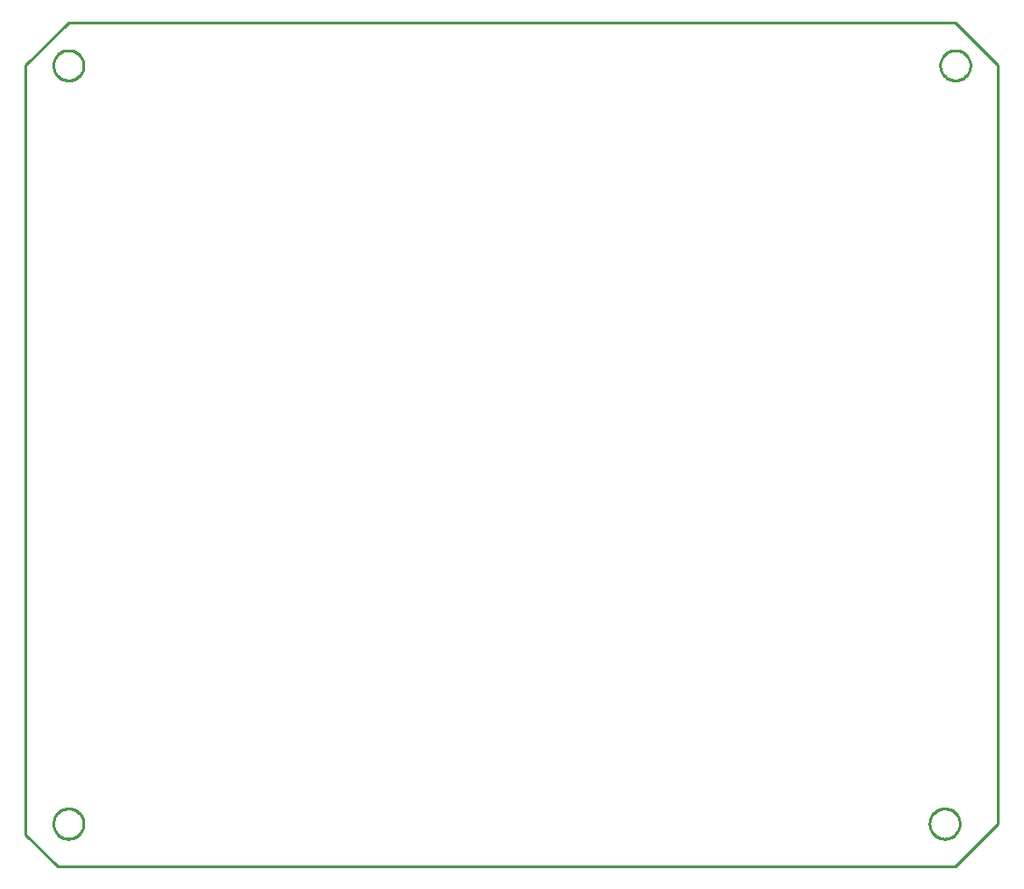
<source format=gbr>
G04 EAGLE Gerber RS-274X export*
G75*
%MOMM*%
%FSLAX34Y34*%
%LPD*%
%IN*%
%IPPOS*%
%AMOC8*
5,1,8,0,0,1.08239X$1,22.5*%
G01*
%ADD10C,0.254000*%


D10*
X10000Y200000D02*
X40000Y170000D01*
X880000Y170000D01*
X920000Y210000D01*
X920000Y920000D01*
X880000Y960000D01*
X50000Y960000D01*
X10000Y920000D01*
X10000Y200000D01*
X64142Y919495D02*
X64142Y920505D01*
X64070Y921513D01*
X63926Y922513D01*
X63712Y923500D01*
X63427Y924469D01*
X63074Y925415D01*
X62654Y926334D01*
X62170Y927221D01*
X61624Y928071D01*
X61019Y928879D01*
X60357Y929643D01*
X59643Y930357D01*
X58879Y931019D01*
X58071Y931624D01*
X57221Y932170D01*
X56334Y932654D01*
X55415Y933074D01*
X54469Y933427D01*
X53500Y933712D01*
X52513Y933926D01*
X51513Y934070D01*
X50505Y934142D01*
X49495Y934142D01*
X48487Y934070D01*
X47487Y933926D01*
X46500Y933712D01*
X45531Y933427D01*
X44585Y933074D01*
X43666Y932654D01*
X42779Y932170D01*
X41929Y931624D01*
X41121Y931019D01*
X40357Y930357D01*
X39643Y929643D01*
X38981Y928879D01*
X38376Y928071D01*
X37830Y927221D01*
X37346Y926334D01*
X36926Y925415D01*
X36573Y924469D01*
X36288Y923500D01*
X36074Y922513D01*
X35930Y921513D01*
X35858Y920505D01*
X35858Y919495D01*
X35930Y918487D01*
X36074Y917487D01*
X36288Y916500D01*
X36573Y915531D01*
X36926Y914585D01*
X37346Y913666D01*
X37830Y912779D01*
X38376Y911929D01*
X38981Y911121D01*
X39643Y910357D01*
X40357Y909643D01*
X41121Y908981D01*
X41929Y908376D01*
X42779Y907830D01*
X43666Y907346D01*
X44585Y906926D01*
X45531Y906573D01*
X46500Y906288D01*
X47487Y906074D01*
X48487Y905930D01*
X49495Y905858D01*
X50505Y905858D01*
X51513Y905930D01*
X52513Y906074D01*
X53500Y906288D01*
X54469Y906573D01*
X55415Y906926D01*
X56334Y907346D01*
X57221Y907830D01*
X58071Y908376D01*
X58879Y908981D01*
X59643Y909643D01*
X60357Y910357D01*
X61019Y911121D01*
X61624Y911929D01*
X62170Y912779D01*
X62654Y913666D01*
X63074Y914585D01*
X63427Y915531D01*
X63712Y916500D01*
X63926Y917487D01*
X64070Y918487D01*
X64142Y919495D01*
X894142Y919495D02*
X894142Y920505D01*
X894070Y921513D01*
X893926Y922513D01*
X893712Y923500D01*
X893427Y924469D01*
X893074Y925415D01*
X892654Y926334D01*
X892170Y927221D01*
X891624Y928071D01*
X891019Y928879D01*
X890357Y929643D01*
X889643Y930357D01*
X888879Y931019D01*
X888071Y931624D01*
X887221Y932170D01*
X886334Y932654D01*
X885415Y933074D01*
X884469Y933427D01*
X883500Y933712D01*
X882513Y933926D01*
X881513Y934070D01*
X880505Y934142D01*
X879495Y934142D01*
X878487Y934070D01*
X877487Y933926D01*
X876500Y933712D01*
X875531Y933427D01*
X874585Y933074D01*
X873666Y932654D01*
X872779Y932170D01*
X871929Y931624D01*
X871121Y931019D01*
X870357Y930357D01*
X869643Y929643D01*
X868981Y928879D01*
X868376Y928071D01*
X867830Y927221D01*
X867346Y926334D01*
X866926Y925415D01*
X866573Y924469D01*
X866288Y923500D01*
X866074Y922513D01*
X865930Y921513D01*
X865858Y920505D01*
X865858Y919495D01*
X865930Y918487D01*
X866074Y917487D01*
X866288Y916500D01*
X866573Y915531D01*
X866926Y914585D01*
X867346Y913666D01*
X867830Y912779D01*
X868376Y911929D01*
X868981Y911121D01*
X869643Y910357D01*
X870357Y909643D01*
X871121Y908981D01*
X871929Y908376D01*
X872779Y907830D01*
X873666Y907346D01*
X874585Y906926D01*
X875531Y906573D01*
X876500Y906288D01*
X877487Y906074D01*
X878487Y905930D01*
X879495Y905858D01*
X880505Y905858D01*
X881513Y905930D01*
X882513Y906074D01*
X883500Y906288D01*
X884469Y906573D01*
X885415Y906926D01*
X886334Y907346D01*
X887221Y907830D01*
X888071Y908376D01*
X888879Y908981D01*
X889643Y909643D01*
X890357Y910357D01*
X891019Y911121D01*
X891624Y911929D01*
X892170Y912779D01*
X892654Y913666D01*
X893074Y914585D01*
X893427Y915531D01*
X893712Y916500D01*
X893926Y917487D01*
X894070Y918487D01*
X894142Y919495D01*
X64142Y209495D02*
X64142Y210505D01*
X64070Y211513D01*
X63926Y212513D01*
X63712Y213500D01*
X63427Y214469D01*
X63074Y215415D01*
X62654Y216334D01*
X62170Y217221D01*
X61624Y218071D01*
X61019Y218879D01*
X60357Y219643D01*
X59643Y220357D01*
X58879Y221019D01*
X58071Y221624D01*
X57221Y222170D01*
X56334Y222654D01*
X55415Y223074D01*
X54469Y223427D01*
X53500Y223712D01*
X52513Y223926D01*
X51513Y224070D01*
X50505Y224142D01*
X49495Y224142D01*
X48487Y224070D01*
X47487Y223926D01*
X46500Y223712D01*
X45531Y223427D01*
X44585Y223074D01*
X43666Y222654D01*
X42779Y222170D01*
X41929Y221624D01*
X41121Y221019D01*
X40357Y220357D01*
X39643Y219643D01*
X38981Y218879D01*
X38376Y218071D01*
X37830Y217221D01*
X37346Y216334D01*
X36926Y215415D01*
X36573Y214469D01*
X36288Y213500D01*
X36074Y212513D01*
X35930Y211513D01*
X35858Y210505D01*
X35858Y209495D01*
X35930Y208487D01*
X36074Y207487D01*
X36288Y206500D01*
X36573Y205531D01*
X36926Y204585D01*
X37346Y203666D01*
X37830Y202779D01*
X38376Y201929D01*
X38981Y201121D01*
X39643Y200357D01*
X40357Y199643D01*
X41121Y198981D01*
X41929Y198376D01*
X42779Y197830D01*
X43666Y197346D01*
X44585Y196926D01*
X45531Y196573D01*
X46500Y196288D01*
X47487Y196074D01*
X48487Y195930D01*
X49495Y195858D01*
X50505Y195858D01*
X51513Y195930D01*
X52513Y196074D01*
X53500Y196288D01*
X54469Y196573D01*
X55415Y196926D01*
X56334Y197346D01*
X57221Y197830D01*
X58071Y198376D01*
X58879Y198981D01*
X59643Y199643D01*
X60357Y200357D01*
X61019Y201121D01*
X61624Y201929D01*
X62170Y202779D01*
X62654Y203666D01*
X63074Y204585D01*
X63427Y205531D01*
X63712Y206500D01*
X63926Y207487D01*
X64070Y208487D01*
X64142Y209495D01*
X884142Y209495D02*
X884142Y210505D01*
X884070Y211513D01*
X883926Y212513D01*
X883712Y213500D01*
X883427Y214469D01*
X883074Y215415D01*
X882654Y216334D01*
X882170Y217221D01*
X881624Y218071D01*
X881019Y218879D01*
X880357Y219643D01*
X879643Y220357D01*
X878879Y221019D01*
X878071Y221624D01*
X877221Y222170D01*
X876334Y222654D01*
X875415Y223074D01*
X874469Y223427D01*
X873500Y223712D01*
X872513Y223926D01*
X871513Y224070D01*
X870505Y224142D01*
X869495Y224142D01*
X868487Y224070D01*
X867487Y223926D01*
X866500Y223712D01*
X865531Y223427D01*
X864585Y223074D01*
X863666Y222654D01*
X862779Y222170D01*
X861929Y221624D01*
X861121Y221019D01*
X860357Y220357D01*
X859643Y219643D01*
X858981Y218879D01*
X858376Y218071D01*
X857830Y217221D01*
X857346Y216334D01*
X856926Y215415D01*
X856573Y214469D01*
X856288Y213500D01*
X856074Y212513D01*
X855930Y211513D01*
X855858Y210505D01*
X855858Y209495D01*
X855930Y208487D01*
X856074Y207487D01*
X856288Y206500D01*
X856573Y205531D01*
X856926Y204585D01*
X857346Y203666D01*
X857830Y202779D01*
X858376Y201929D01*
X858981Y201121D01*
X859643Y200357D01*
X860357Y199643D01*
X861121Y198981D01*
X861929Y198376D01*
X862779Y197830D01*
X863666Y197346D01*
X864585Y196926D01*
X865531Y196573D01*
X866500Y196288D01*
X867487Y196074D01*
X868487Y195930D01*
X869495Y195858D01*
X870505Y195858D01*
X871513Y195930D01*
X872513Y196074D01*
X873500Y196288D01*
X874469Y196573D01*
X875415Y196926D01*
X876334Y197346D01*
X877221Y197830D01*
X878071Y198376D01*
X878879Y198981D01*
X879643Y199643D01*
X880357Y200357D01*
X881019Y201121D01*
X881624Y201929D01*
X882170Y202779D01*
X882654Y203666D01*
X883074Y204585D01*
X883427Y205531D01*
X883712Y206500D01*
X883926Y207487D01*
X884070Y208487D01*
X884142Y209495D01*
M02*

</source>
